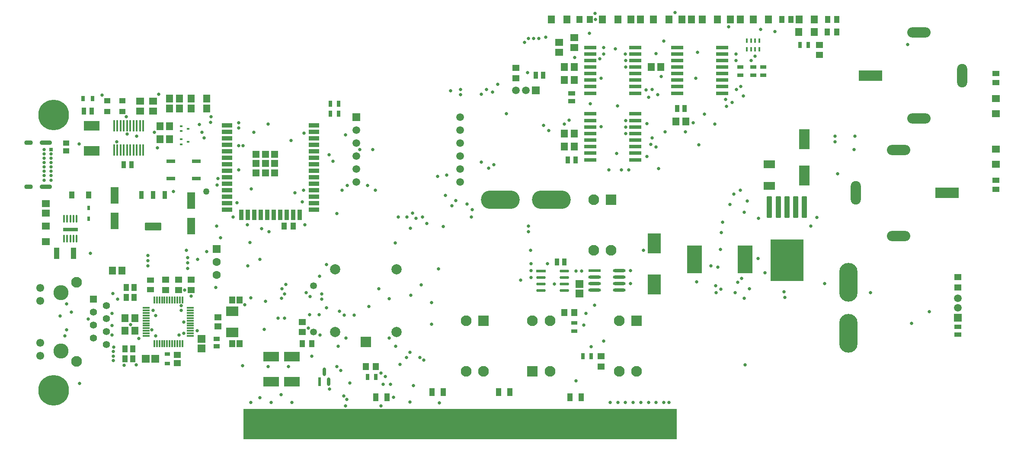
<source format=gts>
G04*
G04 #@! TF.GenerationSoftware,Altium Limited,Altium Designer,21.3.2 (30)*
G04*
G04 Layer_Color=8388736*
%FSLAX25Y25*%
%MOIN*%
G70*
G04*
G04 #@! TF.SameCoordinates,06CA3BE7-F167-48F9-AA53-4FDEF555C1C3*
G04*
G04*
G04 #@! TF.FilePolarity,Negative*
G04*
G01*
G75*
%ADD20R,0.05512X0.06102*%
%ADD21R,0.04921X0.03150*%
%ADD22R,0.01772X0.03543*%
%ADD23R,0.03937X0.05315*%
G04:AMPARAMS|DCode=24|XSize=97.4mil|YSize=24.49mil|CornerRadius=12.25mil|HoleSize=0mil|Usage=FLASHONLY|Rotation=0.000|XOffset=0mil|YOffset=0mil|HoleType=Round|Shape=RoundedRectangle|*
%AMROUNDEDRECTD24*
21,1,0.09740,0.00000,0,0,0.0*
21,1,0.07291,0.02449,0,0,0.0*
1,1,0.02449,0.03646,0.00000*
1,1,0.02449,-0.03646,0.00000*
1,1,0.02449,-0.03646,0.00000*
1,1,0.02449,0.03646,0.00000*
%
%ADD24ROUNDEDRECTD24*%
%ADD25R,0.09740X0.02449*%
%ADD26R,0.07874X0.15748*%
%ADD27R,0.08583X0.06378*%
%ADD28R,0.09843X0.15748*%
%ADD29R,0.11417X0.21260*%
G04:AMPARAMS|DCode=30|XSize=39.37mil|YSize=163.39mil|CornerRadius=1.97mil|HoleSize=0mil|Usage=FLASHONLY|Rotation=0.000|XOffset=0mil|YOffset=0mil|HoleType=Round|Shape=RoundedRectangle|*
%AMROUNDEDRECTD30*
21,1,0.03937,0.15945,0,0,0.0*
21,1,0.03543,0.16339,0,0,0.0*
1,1,0.00394,0.01772,-0.07972*
1,1,0.00394,-0.01772,-0.07972*
1,1,0.00394,-0.01772,0.07972*
1,1,0.00394,0.01772,0.07972*
%
%ADD30ROUNDEDRECTD30*%
G04:AMPARAMS|DCode=31|XSize=251.97mil|YSize=322.84mil|CornerRadius=2.52mil|HoleSize=0mil|Usage=FLASHONLY|Rotation=0.000|XOffset=0mil|YOffset=0mil|HoleType=Round|Shape=RoundedRectangle|*
%AMROUNDEDRECTD31*
21,1,0.25197,0.31780,0,0,0.0*
21,1,0.24693,0.32284,0,0,0.0*
1,1,0.00504,0.12347,-0.15890*
1,1,0.00504,-0.12347,-0.15890*
1,1,0.00504,-0.12347,0.15890*
1,1,0.00504,0.12347,0.15890*
%
%ADD31ROUNDEDRECTD31*%
%ADD32R,0.03150X0.04921*%
%ADD33R,0.05709X0.04724*%
%ADD34R,0.05906X0.05512*%
%ADD35R,0.06102X0.05512*%
%ADD36R,0.05315X0.03740*%
%ADD37R,0.05512X0.05906*%
%ADD38R,0.03740X0.05315*%
%ADD39R,0.05315X0.03937*%
%ADD40R,0.02468X0.06530*%
G04:AMPARAMS|DCode=41|XSize=65.3mil|YSize=24.68mil|CornerRadius=12.34mil|HoleSize=0mil|Usage=FLASHONLY|Rotation=90.000|XOffset=0mil|YOffset=0mil|HoleType=Round|Shape=RoundedRectangle|*
%AMROUNDEDRECTD41*
21,1,0.06530,0.00000,0,0,90.0*
21,1,0.04063,0.02468,0,0,90.0*
1,1,0.02468,0.00000,0.02031*
1,1,0.02468,0.00000,-0.02031*
1,1,0.02468,0.00000,-0.02031*
1,1,0.02468,0.00000,0.02031*
%
%ADD41ROUNDEDRECTD41*%
%ADD42R,0.04724X0.05709*%
%ADD43R,0.06102X0.06102*%
%ADD44R,0.04331X0.08661*%
%ADD45R,0.04331X0.05315*%
%ADD46R,0.02126X0.03386*%
G04:AMPARAMS|DCode=47|XSize=59.06mil|YSize=11.81mil|CornerRadius=1.95mil|HoleSize=0mil|Usage=FLASHONLY|Rotation=90.000|XOffset=0mil|YOffset=0mil|HoleType=Round|Shape=RoundedRectangle|*
%AMROUNDEDRECTD47*
21,1,0.05906,0.00791,0,0,90.0*
21,1,0.05516,0.01181,0,0,90.0*
1,1,0.00390,0.00396,0.02758*
1,1,0.00390,0.00396,-0.02758*
1,1,0.00390,-0.00396,-0.02758*
1,1,0.00390,-0.00396,0.02758*
%
%ADD47ROUNDEDRECTD47*%
%ADD48R,0.07378X0.02134*%
G04:AMPARAMS|DCode=49|XSize=73.78mil|YSize=21.34mil|CornerRadius=10.67mil|HoleSize=0mil|Usage=FLASHONLY|Rotation=0.000|XOffset=0mil|YOffset=0mil|HoleType=Round|Shape=RoundedRectangle|*
%AMROUNDEDRECTD49*
21,1,0.07378,0.00000,0,0,0.0*
21,1,0.05244,0.02134,0,0,0.0*
1,1,0.02134,0.02622,0.00000*
1,1,0.02134,-0.02622,0.00000*
1,1,0.02134,-0.02622,0.00000*
1,1,0.02134,0.02622,0.00000*
%
%ADD49ROUNDEDRECTD49*%
%ADD50R,0.09449X0.03150*%
%ADD51R,0.09449X0.02756*%
%ADD52R,0.06299X0.12598*%
%ADD53R,0.12400X0.07700*%
%ADD54R,0.03937X0.05906*%
%ADD55R,0.02756X0.16535*%
%ADD56R,0.02756X0.12598*%
G04:AMPARAMS|DCode=57|XSize=124.02mil|YSize=57.09mil|CornerRadius=2mil|HoleSize=0mil|Usage=FLASHONLY|Rotation=0.000|XOffset=0mil|YOffset=0mil|HoleType=Round|Shape=RoundedRectangle|*
%AMROUNDEDRECTD57*
21,1,0.12402,0.05309,0,0,0.0*
21,1,0.12002,0.05709,0,0,0.0*
1,1,0.00400,0.06001,-0.02655*
1,1,0.00400,-0.06001,-0.02655*
1,1,0.00400,-0.06001,0.02655*
1,1,0.00400,0.06001,0.02655*
%
%ADD57ROUNDEDRECTD57*%
G04:AMPARAMS|DCode=58|XSize=35.43mil|YSize=57.09mil|CornerRadius=1.95mil|HoleSize=0mil|Usage=FLASHONLY|Rotation=0.000|XOffset=0mil|YOffset=0mil|HoleType=Round|Shape=RoundedRectangle|*
%AMROUNDEDRECTD58*
21,1,0.03543,0.05319,0,0,0.0*
21,1,0.03154,0.05709,0,0,0.0*
1,1,0.00390,0.01577,-0.02659*
1,1,0.00390,-0.01577,-0.02659*
1,1,0.00390,-0.01577,0.02659*
1,1,0.00390,0.01577,0.02659*
%
%ADD58ROUNDEDRECTD58*%
%ADD59R,0.04528X0.05315*%
%ADD60R,0.06102X0.06102*%
%ADD61R,0.04134X0.03150*%
%ADD62R,0.05709X0.05118*%
%ADD63R,0.05709X0.04528*%
%ADD64R,0.09449X0.07480*%
%ADD65R,0.04969X0.03771*%
%ADD66R,0.05727X0.06127*%
%ADD67R,0.05315X0.06102*%
%ADD68R,0.06693X0.03150*%
%ADD69R,0.02000X0.01402*%
%ADD72R,0.04724X0.04331*%
%ADD73R,0.03150X0.04134*%
G04:AMPARAMS|DCode=74|XSize=88.58mil|YSize=15.75mil|CornerRadius=7.87mil|HoleSize=0mil|Usage=FLASHONLY|Rotation=270.000|XOffset=0mil|YOffset=0mil|HoleType=Round|Shape=RoundedRectangle|*
%AMROUNDEDRECTD74*
21,1,0.08858,0.00000,0,0,270.0*
21,1,0.07284,0.01575,0,0,270.0*
1,1,0.01575,0.00000,-0.03642*
1,1,0.01575,0.00000,0.03642*
1,1,0.01575,0.00000,0.03642*
1,1,0.01575,0.00000,-0.03642*
%
%ADD74ROUNDEDRECTD74*%
%ADD75R,0.05151X0.03960*%
%ADD76R,0.07874X0.03543*%
%ADD77R,0.03543X0.07874*%
%ADD78R,0.05236X0.05236*%
%ADD79R,3.33858X0.23524*%
G04:AMPARAMS|DCode=80|XSize=27.56mil|YSize=114.17mil|CornerRadius=1.93mil|HoleSize=0mil|Usage=FLASHONLY|Rotation=90.000|XOffset=0mil|YOffset=0mil|HoleType=Round|Shape=RoundedRectangle|*
%AMROUNDEDRECTD80*
21,1,0.02756,0.11032,0,0,90.0*
21,1,0.02370,0.11417,0,0,90.0*
1,1,0.00386,0.05516,0.01185*
1,1,0.00386,0.05516,-0.01185*
1,1,0.00386,-0.05516,-0.01185*
1,1,0.00386,-0.05516,0.01185*
%
%ADD80ROUNDEDRECTD80*%
%ADD81R,0.05512X0.01575*%
%ADD82R,0.01575X0.05512*%
%ADD83R,0.05906X0.05906*%
%ADD84C,0.05906*%
G04:AMPARAMS|DCode=85|XSize=299.21mil|YSize=141.73mil|CornerRadius=70.87mil|HoleSize=0mil|Usage=FLASHONLY|Rotation=90.000|XOffset=0mil|YOffset=0mil|HoleType=Round|Shape=RoundedRectangle|*
%AMROUNDEDRECTD85*
21,1,0.29921,0.00000,0,0,90.0*
21,1,0.15748,0.14173,0,0,90.0*
1,1,0.14173,0.00000,0.07874*
1,1,0.14173,0.00000,-0.07874*
1,1,0.14173,0.00000,-0.07874*
1,1,0.14173,0.00000,0.07874*
%
%ADD85ROUNDEDRECTD85*%
%ADD86C,0.06299*%
%ADD87R,0.06299X0.06299*%
%ADD88C,0.05315*%
G04:AMPARAMS|DCode=89|XSize=299.21mil|YSize=141.73mil|CornerRadius=70.87mil|HoleSize=0mil|Usage=FLASHONLY|Rotation=180.000|XOffset=0mil|YOffset=0mil|HoleType=Round|Shape=RoundedRectangle|*
%AMROUNDEDRECTD89*
21,1,0.29921,0.00000,0,0,180.0*
21,1,0.15748,0.14173,0,0,180.0*
1,1,0.14173,-0.07874,0.00000*
1,1,0.14173,0.07874,0.00000*
1,1,0.14173,0.07874,0.00000*
1,1,0.14173,-0.07874,0.00000*
%
%ADD89ROUNDEDRECTD89*%
%ADD90R,0.05906X0.05906*%
%ADD91C,0.07874*%
%ADD92R,0.07874X0.07874*%
G04:AMPARAMS|DCode=93|XSize=78.74mil|YSize=181.1mil|CornerRadius=39.37mil|HoleSize=0mil|Usage=FLASHONLY|Rotation=180.000|XOffset=0mil|YOffset=0mil|HoleType=Round|Shape=RoundedRectangle|*
%AMROUNDEDRECTD93*
21,1,0.07874,0.10236,0,0,180.0*
21,1,0.00000,0.18110,0,0,180.0*
1,1,0.07874,0.00000,0.05118*
1,1,0.07874,0.00000,0.05118*
1,1,0.07874,0.00000,-0.05118*
1,1,0.07874,0.00000,-0.05118*
%
%ADD93ROUNDEDRECTD93*%
G04:AMPARAMS|DCode=94|XSize=181.1mil|YSize=78.74mil|CornerRadius=39.37mil|HoleSize=0mil|Usage=FLASHONLY|Rotation=180.000|XOffset=0mil|YOffset=0mil|HoleType=Round|Shape=RoundedRectangle|*
%AMROUNDEDRECTD94*
21,1,0.18110,0.00000,0,0,180.0*
21,1,0.10236,0.07874,0,0,180.0*
1,1,0.07874,-0.05118,0.00000*
1,1,0.07874,0.05118,0.00000*
1,1,0.07874,0.05118,0.00000*
1,1,0.07874,-0.05118,0.00000*
%
%ADD94ROUNDEDRECTD94*%
%ADD95R,0.18110X0.07874*%
%ADD96C,0.08268*%
%ADD97R,0.08268X0.08268*%
%ADD98C,0.06102*%
%ADD99R,0.05512X0.05512*%
%ADD100C,0.05512*%
%ADD101C,0.11614*%
%ADD102C,0.23622*%
G04:AMPARAMS|DCode=103|XSize=35.43mil|YSize=66.93mil|CornerRadius=17.72mil|HoleSize=0mil|Usage=FLASHONLY|Rotation=270.000|XOffset=0mil|YOffset=0mil|HoleType=Round|Shape=RoundedRectangle|*
%AMROUNDEDRECTD103*
21,1,0.03543,0.03150,0,0,270.0*
21,1,0.00000,0.06693,0,0,270.0*
1,1,0.03543,-0.01575,0.00000*
1,1,0.03543,-0.01575,0.00000*
1,1,0.03543,0.01575,0.00000*
1,1,0.03543,0.01575,0.00000*
%
%ADD103ROUNDEDRECTD103*%
G04:AMPARAMS|DCode=104|XSize=35.43mil|YSize=94.49mil|CornerRadius=17.72mil|HoleSize=0mil|Usage=FLASHONLY|Rotation=270.000|XOffset=0mil|YOffset=0mil|HoleType=Round|Shape=RoundedRectangle|*
%AMROUNDEDRECTD104*
21,1,0.03543,0.05906,0,0,270.0*
21,1,0.00000,0.09449,0,0,270.0*
1,1,0.03543,-0.02953,0.00000*
1,1,0.03543,-0.02953,0.00000*
1,1,0.03543,0.02953,0.00000*
1,1,0.03543,0.02953,0.00000*
%
%ADD104ROUNDEDRECTD104*%
%ADD105R,0.02559X0.02559*%
%ADD106C,0.02559*%
%ADD107C,0.02500*%
%ADD108C,0.05000*%
%ADD109C,0.01968*%
D20*
X516929Y244094D02*
D03*
X509449D02*
D03*
X423425Y224803D02*
D03*
X430905D02*
D03*
X423425Y275984D02*
D03*
X430905D02*
D03*
X490354Y285965D02*
D03*
X497835D02*
D03*
X423425Y234646D02*
D03*
X430905D02*
D03*
X423425Y285965D02*
D03*
X430905D02*
D03*
X482087Y322835D02*
D03*
X474606D02*
D03*
X558858D02*
D03*
X551378D02*
D03*
X521457D02*
D03*
X513976D02*
D03*
X119095Y261811D02*
D03*
X126575D02*
D03*
X119095Y253937D02*
D03*
X126575D02*
D03*
X111614Y230315D02*
D03*
X119095D02*
D03*
X111614Y240551D02*
D03*
X119095D02*
D03*
D21*
X568898Y285965D02*
D03*
Y279665D02*
D03*
X576772Y285965D02*
D03*
Y279665D02*
D03*
X559055Y285965D02*
D03*
Y279665D02*
D03*
X431102Y88779D02*
D03*
Y82480D02*
D03*
D22*
X564173Y306496D02*
D03*
X567323D02*
D03*
X570472D02*
D03*
X573622D02*
D03*
Y299803D02*
D03*
X570472D02*
D03*
X567323D02*
D03*
X564173D02*
D03*
D23*
X214350Y163386D02*
D03*
X207264D02*
D03*
X626181Y313189D02*
D03*
X633268D02*
D03*
X633465Y322835D02*
D03*
X626378D02*
D03*
X598032D02*
D03*
X590945D02*
D03*
X221457Y72835D02*
D03*
X228543D02*
D03*
X91535Y108268D02*
D03*
X85630D02*
D03*
X91535Y116142D02*
D03*
X85630D02*
D03*
X84744Y61024D02*
D03*
X90650D02*
D03*
X84744Y68898D02*
D03*
X90650D02*
D03*
D24*
X465614Y128957D02*
D03*
Y123957D02*
D03*
Y118957D02*
D03*
Y113957D02*
D03*
X446590D02*
D03*
Y118957D02*
D03*
Y123957D02*
D03*
D25*
Y128957D02*
D03*
D26*
X608268Y230512D02*
D03*
Y202559D02*
D03*
D27*
X581496Y194449D02*
D03*
Y211063D02*
D03*
D28*
X492520Y150000D02*
D03*
Y118504D02*
D03*
D29*
X562795Y137795D02*
D03*
X523819D02*
D03*
D30*
X608268Y178150D02*
D03*
X601575D02*
D03*
X594882D02*
D03*
X588189D02*
D03*
X581496D02*
D03*
D31*
X594882Y137008D02*
D03*
D32*
X444095Y62992D02*
D03*
X437795D02*
D03*
X278150Y47244D02*
D03*
X271850D02*
D03*
X605118Y303150D02*
D03*
X611417D02*
D03*
X249213Y250000D02*
D03*
X242913D02*
D03*
X249213Y257874D02*
D03*
X242913D02*
D03*
D33*
X451575Y62992D02*
D03*
Y55118D02*
D03*
X726772Y116142D02*
D03*
Y124016D02*
D03*
X221457Y89567D02*
D03*
Y81693D02*
D03*
X386181Y277559D02*
D03*
Y285433D02*
D03*
X620079Y295276D02*
D03*
Y303150D02*
D03*
X135827Y122047D02*
D03*
Y114173D02*
D03*
X125984Y122047D02*
D03*
Y114173D02*
D03*
X116142Y122047D02*
D03*
Y114173D02*
D03*
D34*
X23622Y151575D02*
D03*
Y163386D02*
D03*
X755905Y211024D02*
D03*
Y222835D02*
D03*
Y261811D02*
D03*
Y250000D02*
D03*
D35*
X23622Y180905D02*
D03*
Y173425D02*
D03*
X419291Y304921D02*
D03*
Y297441D02*
D03*
X431102Y308642D02*
D03*
Y301161D02*
D03*
X106299Y259646D02*
D03*
Y252165D02*
D03*
X96457Y259646D02*
D03*
Y252165D02*
D03*
D36*
X726772Y85630D02*
D03*
Y79724D02*
D03*
X429134Y265748D02*
D03*
Y259842D02*
D03*
D37*
X615945Y313189D02*
D03*
X604134D02*
D03*
X464567Y322835D02*
D03*
X452756D02*
D03*
X616142D02*
D03*
X604331D02*
D03*
X580709Y322835D02*
D03*
X568898D02*
D03*
X541339Y322835D02*
D03*
X529528D02*
D03*
X503937Y322835D02*
D03*
X492126D02*
D03*
X425197Y322835D02*
D03*
X413386D02*
D03*
X135827Y253937D02*
D03*
X147638D02*
D03*
X135827Y261811D02*
D03*
X147638D02*
D03*
D38*
X510236Y253937D02*
D03*
X516142D02*
D03*
X432087Y214587D02*
D03*
X426181D02*
D03*
X401221Y279724D02*
D03*
X407126D02*
D03*
X423425Y135827D02*
D03*
X417520D02*
D03*
X83661Y210630D02*
D03*
X89567D02*
D03*
X59055Y251969D02*
D03*
X53150D02*
D03*
D39*
X755905Y191732D02*
D03*
Y198819D02*
D03*
X755905Y281102D02*
D03*
Y274016D02*
D03*
X104331Y114567D02*
D03*
Y121653D02*
D03*
D40*
X234587Y43399D02*
D03*
D41*
X241791D02*
D03*
X238189Y51089D02*
D03*
D42*
X278150Y55118D02*
D03*
X270276D02*
D03*
X442913Y322835D02*
D03*
X435039D02*
D03*
X431102Y96850D02*
D03*
X423228D02*
D03*
D43*
X435039Y118799D02*
D03*
Y111516D02*
D03*
X143701Y69193D02*
D03*
Y76476D02*
D03*
D44*
X31890Y142520D02*
D03*
X44882D02*
D03*
D45*
X43701Y187303D02*
D03*
X56693D02*
D03*
D46*
Y169016D02*
D03*
Y177441D02*
D03*
D47*
X37795Y169016D02*
D03*
X40157D02*
D03*
X42520D02*
D03*
X44882D02*
D03*
X47244D02*
D03*
Y153661D02*
D03*
X44882D02*
D03*
X42520D02*
D03*
X40157D02*
D03*
X37795D02*
D03*
D48*
X405252Y128898D02*
D03*
D49*
Y123898D02*
D03*
Y118898D02*
D03*
Y113898D02*
D03*
X423489D02*
D03*
Y118898D02*
D03*
Y123898D02*
D03*
Y128898D02*
D03*
D50*
X477953Y214587D02*
D03*
Y249980D02*
D03*
X443307D02*
D03*
Y214587D02*
D03*
X477953Y265768D02*
D03*
Y301161D02*
D03*
X443307D02*
D03*
Y265768D02*
D03*
X544882Y265768D02*
D03*
Y301162D02*
D03*
X510236D02*
D03*
Y265768D02*
D03*
D51*
X477953Y219783D02*
D03*
Y224783D02*
D03*
Y229784D02*
D03*
Y234784D02*
D03*
Y239784D02*
D03*
Y244783D02*
D03*
X443307D02*
D03*
Y239784D02*
D03*
Y234784D02*
D03*
Y229784D02*
D03*
Y224783D02*
D03*
Y219783D02*
D03*
X477953Y270965D02*
D03*
Y275965D02*
D03*
Y280965D02*
D03*
Y285965D02*
D03*
Y290965D02*
D03*
Y295965D02*
D03*
X443307D02*
D03*
Y290965D02*
D03*
Y285965D02*
D03*
Y280965D02*
D03*
Y275965D02*
D03*
Y270965D02*
D03*
X544882Y270965D02*
D03*
Y275965D02*
D03*
Y280965D02*
D03*
Y285965D02*
D03*
Y290965D02*
D03*
Y295965D02*
D03*
X510236D02*
D03*
Y290965D02*
D03*
Y285965D02*
D03*
Y280965D02*
D03*
Y275965D02*
D03*
Y270965D02*
D03*
D52*
X135827Y183071D02*
D03*
Y163386D02*
D03*
X76772Y167323D02*
D03*
Y187008D02*
D03*
D53*
X197441Y43500D02*
D03*
Y62800D02*
D03*
X213189Y43500D02*
D03*
Y62800D02*
D03*
X59055Y221555D02*
D03*
Y240855D02*
D03*
D54*
X372638Y35433D02*
D03*
X381299D02*
D03*
X321457D02*
D03*
X330118D02*
D03*
X278150Y31496D02*
D03*
X286811D02*
D03*
X427756D02*
D03*
X436417D02*
D03*
D55*
X289961Y13780D02*
D03*
X282087D02*
D03*
X270276D02*
D03*
X297835D02*
D03*
X278150D02*
D03*
X286024D02*
D03*
X293898D02*
D03*
X301772D02*
D03*
X274213D02*
D03*
X258465D02*
D03*
X262402D02*
D03*
X266339D02*
D03*
X309646D02*
D03*
X179724D02*
D03*
X183661D02*
D03*
X211221D02*
D03*
X199409D02*
D03*
X187598D02*
D03*
X207283D02*
D03*
X191535D02*
D03*
X195472D02*
D03*
X203346D02*
D03*
X215158D02*
D03*
X234842D02*
D03*
X254528D02*
D03*
X238779D02*
D03*
X246654D02*
D03*
X242717D02*
D03*
X325394D02*
D03*
X352953D02*
D03*
X360827D02*
D03*
X329331D02*
D03*
X321457D02*
D03*
X313583D02*
D03*
X341142D02*
D03*
X317520D02*
D03*
X345079D02*
D03*
X349016D02*
D03*
X364764D02*
D03*
X376575D02*
D03*
X368701D02*
D03*
X356890D02*
D03*
X333268D02*
D03*
X337205D02*
D03*
X380512D02*
D03*
X384449D02*
D03*
X388386D02*
D03*
X392323D02*
D03*
X396260D02*
D03*
X400197D02*
D03*
X404134D02*
D03*
X408071D02*
D03*
X412008D02*
D03*
X415945D02*
D03*
X419882D02*
D03*
X423819D02*
D03*
X427756D02*
D03*
X431693D02*
D03*
X435630D02*
D03*
X439567D02*
D03*
X443504D02*
D03*
X447441D02*
D03*
X451378D02*
D03*
X455315D02*
D03*
X459252D02*
D03*
X463189D02*
D03*
X467126D02*
D03*
X471063D02*
D03*
X475000D02*
D03*
X478937D02*
D03*
X482874D02*
D03*
X486811D02*
D03*
X490748D02*
D03*
X494685D02*
D03*
X498622D02*
D03*
X506496D02*
D03*
D56*
X305709Y15748D02*
D03*
X250590D02*
D03*
X372638D02*
D03*
X502559D02*
D03*
D57*
X106299Y163091D02*
D03*
D58*
X97244Y187303D02*
D03*
X106299D02*
D03*
X115354D02*
D03*
D59*
X173031Y106299D02*
D03*
X167323D02*
D03*
X173031Y72835D02*
D03*
X167323D02*
D03*
D60*
X100689Y61024D02*
D03*
X107972D02*
D03*
D61*
X117323Y64665D02*
D03*
Y57382D02*
D03*
D62*
X125000Y57874D02*
D03*
Y64173D02*
D03*
D63*
X156496Y93012D02*
D03*
Y86122D02*
D03*
D64*
X167323Y81496D02*
D03*
Y97638D02*
D03*
D65*
X155512Y76485D02*
D03*
Y70759D02*
D03*
D66*
X75095Y128937D02*
D03*
X82385D02*
D03*
D67*
X92421Y82677D02*
D03*
X84744D02*
D03*
X92421Y92520D02*
D03*
X84744D02*
D03*
D68*
X120079Y213386D02*
D03*
Y200000D02*
D03*
X139764Y213386D02*
D03*
Y200000D02*
D03*
D69*
X128159Y230315D02*
D03*
Y226378D02*
D03*
X133258Y228346D02*
D03*
X128159Y240551D02*
D03*
Y236614D02*
D03*
X133258Y238583D02*
D03*
D72*
X82677Y251772D02*
D03*
Y260039D02*
D03*
X70866Y251772D02*
D03*
Y260039D02*
D03*
D73*
X59744Y261811D02*
D03*
X52461D02*
D03*
D74*
X98848Y240650D02*
D03*
X96348D02*
D03*
X93848D02*
D03*
X91348D02*
D03*
X88848D02*
D03*
X86348D02*
D03*
X83848D02*
D03*
X81348D02*
D03*
X78848D02*
D03*
X76348D02*
D03*
Y221949D02*
D03*
X78848D02*
D03*
X81348D02*
D03*
X83848D02*
D03*
X86348D02*
D03*
X88848D02*
D03*
X91348D02*
D03*
X93848D02*
D03*
X96348D02*
D03*
X98848D02*
D03*
D75*
X39370Y221550D02*
D03*
Y227269D02*
D03*
D76*
X163386Y241181D02*
D03*
Y236181D02*
D03*
Y231181D02*
D03*
Y226181D02*
D03*
Y221181D02*
D03*
Y216181D02*
D03*
Y211181D02*
D03*
Y206181D02*
D03*
Y201181D02*
D03*
Y196181D02*
D03*
Y191181D02*
D03*
Y186181D02*
D03*
Y181181D02*
D03*
Y176181D02*
D03*
X230315D02*
D03*
Y181181D02*
D03*
Y186181D02*
D03*
Y191181D02*
D03*
Y196181D02*
D03*
Y201181D02*
D03*
Y206181D02*
D03*
Y211181D02*
D03*
Y216181D02*
D03*
Y221181D02*
D03*
Y226181D02*
D03*
Y231181D02*
D03*
Y236181D02*
D03*
Y241181D02*
D03*
D77*
X174350Y172244D02*
D03*
X179350D02*
D03*
X184350D02*
D03*
X189350D02*
D03*
X194350D02*
D03*
X199350D02*
D03*
X204350D02*
D03*
X209350D02*
D03*
X214350D02*
D03*
X219350D02*
D03*
D78*
X185689Y218878D02*
D03*
X192913D02*
D03*
X200138D02*
D03*
X185689Y211653D02*
D03*
X192913D02*
D03*
X200138D02*
D03*
X185689Y204429D02*
D03*
X192913D02*
D03*
X200138D02*
D03*
D79*
X343110Y10778D02*
D03*
D80*
X42520Y160650D02*
D03*
D81*
X101181Y100394D02*
D03*
Y98425D02*
D03*
Y96457D02*
D03*
Y94488D02*
D03*
Y92520D02*
D03*
Y90551D02*
D03*
Y78740D02*
D03*
Y80709D02*
D03*
Y82677D02*
D03*
Y84646D02*
D03*
Y86614D02*
D03*
Y88583D02*
D03*
X135039Y78740D02*
D03*
Y80709D02*
D03*
Y82677D02*
D03*
Y84646D02*
D03*
Y86614D02*
D03*
Y88583D02*
D03*
Y100394D02*
D03*
Y98425D02*
D03*
Y96457D02*
D03*
Y94488D02*
D03*
Y92520D02*
D03*
Y90551D02*
D03*
D82*
X107283Y72638D02*
D03*
X109252D02*
D03*
X111221D02*
D03*
X113189D02*
D03*
X115157D02*
D03*
X117126D02*
D03*
X128937D02*
D03*
X126969D02*
D03*
X125000D02*
D03*
X123031D02*
D03*
X121063D02*
D03*
X119095D02*
D03*
X128937Y106496D02*
D03*
X126969D02*
D03*
X125000D02*
D03*
X123031D02*
D03*
X121063D02*
D03*
X119095D02*
D03*
X107283D02*
D03*
X109252D02*
D03*
X111221D02*
D03*
X113189D02*
D03*
X115157D02*
D03*
X117126D02*
D03*
D83*
X726734Y92874D02*
D03*
D84*
Y100394D02*
D03*
Y107913D02*
D03*
X386181Y268073D02*
D03*
X393701D02*
D03*
X343150Y197441D02*
D03*
Y207441D02*
D03*
Y217441D02*
D03*
Y227441D02*
D03*
Y237441D02*
D03*
Y247441D02*
D03*
X263150Y197441D02*
D03*
Y207441D02*
D03*
Y217441D02*
D03*
Y227441D02*
D03*
Y237441D02*
D03*
D85*
X642482Y120079D02*
D03*
Y80709D02*
D03*
D86*
X155512Y125827D02*
D03*
Y135827D02*
D03*
D87*
Y145827D02*
D03*
D88*
X230118Y117323D02*
D03*
Y81890D02*
D03*
D89*
X413386Y183821D02*
D03*
X374016D02*
D03*
D90*
X401221Y268073D02*
D03*
X263150Y247441D02*
D03*
D91*
X293898Y129921D02*
D03*
X246654D02*
D03*
Y81890D02*
D03*
X293898D02*
D03*
D92*
X270276Y74016D02*
D03*
D93*
X729921Y279528D02*
D03*
X648032Y188976D02*
D03*
D94*
X696850Y246457D02*
D03*
Y312598D02*
D03*
X681102Y222047D02*
D03*
Y155905D02*
D03*
D95*
X659449Y279528D02*
D03*
X718504Y188976D02*
D03*
D96*
X465748Y90354D02*
D03*
Y51378D02*
D03*
X479134D02*
D03*
X412205D02*
D03*
Y90354D02*
D03*
X398819D02*
D03*
X446063Y183821D02*
D03*
Y144844D02*
D03*
X459449D02*
D03*
X347638Y90354D02*
D03*
Y51378D02*
D03*
X361024D02*
D03*
X47441Y59075D02*
D03*
Y120059D02*
D03*
D97*
X479134Y90354D02*
D03*
X398819Y51378D02*
D03*
X459449Y183821D02*
D03*
X361024Y90354D02*
D03*
D98*
X19449Y73484D02*
D03*
Y63484D02*
D03*
Y115650D02*
D03*
Y105650D02*
D03*
D99*
X60433Y107067D02*
D03*
D100*
Y97067D02*
D03*
Y87067D02*
D03*
Y77067D02*
D03*
X70433Y72067D02*
D03*
Y82067D02*
D03*
Y92067D02*
D03*
Y102067D02*
D03*
D101*
X35433Y112067D02*
D03*
Y67067D02*
D03*
D102*
X29528Y36811D02*
D03*
Y249016D02*
D03*
D103*
X10492Y227658D02*
D03*
Y193602D02*
D03*
D104*
X23799Y227658D02*
D03*
Y193602D02*
D03*
D105*
X27657Y222342D02*
D03*
D106*
Y218996D02*
D03*
Y215650D02*
D03*
Y212303D02*
D03*
Y208957D02*
D03*
Y205610D02*
D03*
Y202264D02*
D03*
Y198917D02*
D03*
X22343D02*
D03*
Y202264D02*
D03*
Y205610D02*
D03*
Y208957D02*
D03*
Y212303D02*
D03*
Y215650D02*
D03*
Y218996D02*
D03*
Y222342D02*
D03*
D107*
X83858Y56043D02*
D03*
X288386Y76968D02*
D03*
X75787Y59732D02*
D03*
Y63232D02*
D03*
Y66732D02*
D03*
X75993Y70226D02*
D03*
X235039Y79522D02*
D03*
X93504Y56299D02*
D03*
X49606Y41929D02*
D03*
X254528Y24803D02*
D03*
X250000Y97632D02*
D03*
X234449Y95079D02*
D03*
X202756Y92520D02*
D03*
X207677D02*
D03*
X226181Y84842D02*
D03*
X253543Y94882D02*
D03*
X261417D02*
D03*
X226969Y95079D02*
D03*
X438386Y87008D02*
D03*
X439855Y96056D02*
D03*
X122047Y190157D02*
D03*
X632087Y232874D02*
D03*
Y228346D02*
D03*
X531299Y249606D02*
D03*
X526181Y297441D02*
D03*
X527165Y226181D02*
D03*
X39567Y103543D02*
D03*
X250984Y51968D02*
D03*
X255555Y29770D02*
D03*
X253341Y32480D02*
D03*
X248031Y55118D02*
D03*
X221450Y182192D02*
D03*
X170866Y181299D02*
D03*
X306384Y173425D02*
D03*
X457677Y206884D02*
D03*
X472926D02*
D03*
X467323Y206890D02*
D03*
X548228Y255906D02*
D03*
X552559Y258858D02*
D03*
X547638Y261221D02*
D03*
X307087Y40354D02*
D03*
X281890Y50197D02*
D03*
X285236Y47441D02*
D03*
X205118Y33268D02*
D03*
X188583Y31102D02*
D03*
X326969Y27165D02*
D03*
X304285Y27734D02*
D03*
X304331Y66142D02*
D03*
X74803Y96063D02*
D03*
X236417Y107087D02*
D03*
X95472Y76772D02*
D03*
X293110Y150394D02*
D03*
X168110Y170276D02*
D03*
X156299Y200000D02*
D03*
X172441Y206890D02*
D03*
X188583Y137795D02*
D03*
X195669Y159055D02*
D03*
X181102Y150787D02*
D03*
X158465Y154528D02*
D03*
X442520Y312205D02*
D03*
X447244Y322835D02*
D03*
X409055Y309252D02*
D03*
X394882Y281890D02*
D03*
X378740Y250000D02*
D03*
X432283Y44094D02*
D03*
X282087Y24803D02*
D03*
X228740Y62992D02*
D03*
X242323Y37598D02*
D03*
X293504Y70866D02*
D03*
X291535Y31496D02*
D03*
X296850Y56890D02*
D03*
X283661Y41339D02*
D03*
X255118Y77165D02*
D03*
X257874Y42520D02*
D03*
X447047Y327362D02*
D03*
X550000Y316929D02*
D03*
X508661Y328150D02*
D03*
X464370Y256102D02*
D03*
X572638Y138583D02*
D03*
X577953Y127362D02*
D03*
X208661Y118307D02*
D03*
X234842Y124803D02*
D03*
X189961Y161417D02*
D03*
X129921Y89370D02*
D03*
X369094Y210630D02*
D03*
X320866Y104331D02*
D03*
Y87598D02*
D03*
X314961Y60039D02*
D03*
X312008Y62008D02*
D03*
X348425Y180315D02*
D03*
X352362Y176181D02*
D03*
X351772Y170472D02*
D03*
X329921Y162992D02*
D03*
X365158Y208071D02*
D03*
X395669Y159055D02*
D03*
X407480Y241142D02*
D03*
X411417Y237205D02*
D03*
X427165Y245079D02*
D03*
X423228Y242126D02*
D03*
X487008Y217126D02*
D03*
X288386Y107283D02*
D03*
X305118Y110236D02*
D03*
X312992Y118110D02*
D03*
X191929Y83858D02*
D03*
X192913Y105315D02*
D03*
X359252Y212598D02*
D03*
X304724Y161614D02*
D03*
X368110Y266732D02*
D03*
X372047Y272638D02*
D03*
X463583Y219291D02*
D03*
X443307Y257874D02*
D03*
X488189Y262795D02*
D03*
X495472Y264764D02*
D03*
X704528Y97441D02*
D03*
X646850Y222441D02*
D03*
X691142Y88386D02*
D03*
X562795Y56496D02*
D03*
X496063Y207677D02*
D03*
X494095Y224410D02*
D03*
X501181Y236221D02*
D03*
X491142Y231299D02*
D03*
X559252Y271063D02*
D03*
X556102Y268701D02*
D03*
X453740Y74803D02*
D03*
X687992Y303346D02*
D03*
X585630Y313583D02*
D03*
X574803Y314961D02*
D03*
X236221Y111221D02*
D03*
X176969Y102756D02*
D03*
X175197Y55905D02*
D03*
X205315Y107677D02*
D03*
X210630Y55118D02*
D03*
X194882D02*
D03*
X544095Y114764D02*
D03*
X540354Y112205D02*
D03*
X301772Y62008D02*
D03*
X557087Y120079D02*
D03*
X565945Y115157D02*
D03*
X555118Y112205D02*
D03*
X540158Y117323D02*
D03*
X562008Y107874D02*
D03*
X389764Y121653D02*
D03*
X618110Y170079D02*
D03*
X613189Y163386D02*
D03*
X227362Y109252D02*
D03*
X224410Y112205D02*
D03*
X249016Y70866D02*
D03*
X205709Y114961D02*
D03*
X207677Y111221D02*
D03*
X289370Y41339D02*
D03*
X633858Y203740D02*
D03*
X624016Y119095D02*
D03*
X560039Y123031D02*
D03*
X525394Y120276D02*
D03*
X659449Y112008D02*
D03*
X135827Y109449D02*
D03*
X130709Y114173D02*
D03*
X181693Y108071D02*
D03*
X154528Y116142D02*
D03*
X147638Y143701D02*
D03*
X140748Y137795D02*
D03*
X317323Y165551D02*
D03*
X132874Y138976D02*
D03*
Y135039D02*
D03*
Y130905D02*
D03*
X102362Y132677D02*
D03*
Y136811D02*
D03*
Y140748D02*
D03*
X403543Y308071D02*
D03*
X399606D02*
D03*
X524606Y277559D02*
D03*
X516732Y236221D02*
D03*
X272638Y101378D02*
D03*
X309055Y169291D02*
D03*
X325787Y201772D02*
D03*
X363189Y268701D02*
D03*
X359252Y265158D02*
D03*
X332677Y202756D02*
D03*
X313976Y170276D02*
D03*
X326378Y130512D02*
D03*
X544291Y158465D02*
D03*
X331693Y187008D02*
D03*
X339567Y183071D02*
D03*
X395669Y163386D02*
D03*
X545276Y166339D02*
D03*
X562008Y174213D02*
D03*
X522638Y243110D02*
D03*
X561417Y263779D02*
D03*
X415748Y118898D02*
D03*
X248031Y173228D02*
D03*
X223425Y164370D02*
D03*
X215551Y188976D02*
D03*
X182087Y191929D02*
D03*
X155709Y195079D02*
D03*
X564370Y182677D02*
D03*
X490945Y268701D02*
D03*
X551181Y180118D02*
D03*
X554134Y187992D02*
D03*
X543701Y145472D02*
D03*
X536417Y132874D02*
D03*
X490158Y226378D02*
D03*
X487008Y242323D02*
D03*
X486417Y268504D02*
D03*
X593504Y108268D02*
D03*
X592520Y112598D02*
D03*
X462598Y300197D02*
D03*
X431496Y293307D02*
D03*
X500000Y306102D02*
D03*
X451772Y240158D02*
D03*
X494095Y296260D02*
D03*
X280512Y115157D02*
D03*
X392717Y305118D02*
D03*
X395669Y308071D02*
D03*
X541535Y131693D02*
D03*
X559055Y190945D02*
D03*
X539370Y242126D02*
D03*
X436811Y128740D02*
D03*
X444095Y70473D02*
D03*
X484252Y144685D02*
D03*
X470522Y234833D02*
D03*
Y239833D02*
D03*
Y244833D02*
D03*
X451772Y277559D02*
D03*
X470522Y286014D02*
D03*
Y291014D02*
D03*
X470472Y296063D02*
D03*
X570472Y294488D02*
D03*
X567303Y290965D02*
D03*
X555532Y295965D02*
D03*
Y290965D02*
D03*
X498032Y278740D02*
D03*
X647441Y232677D02*
D03*
X450591Y292323D02*
D03*
X453642Y295965D02*
D03*
X453721Y301161D02*
D03*
X131890Y144685D02*
D03*
X155512Y163583D02*
D03*
X432303Y128898D02*
D03*
X474429Y118957D02*
D03*
Y128957D02*
D03*
X573032Y169291D02*
D03*
X446590Y102362D02*
D03*
X302109Y170276D02*
D03*
X295219Y170472D02*
D03*
X343504Y264764D02*
D03*
Y268701D02*
D03*
X179449Y132795D02*
D03*
X179134Y164370D02*
D03*
X240158Y133858D02*
D03*
X335630Y267717D02*
D03*
X222638Y235236D02*
D03*
X212598Y229331D02*
D03*
X175591Y225394D02*
D03*
X172244D02*
D03*
X222402Y191181D02*
D03*
X239961Y100394D02*
D03*
X410236Y134449D02*
D03*
X397638D02*
D03*
Y128937D02*
D03*
Y123819D02*
D03*
X58071Y142520D02*
D03*
X140354Y82648D02*
D03*
X336614Y179134D02*
D03*
X397244Y144844D02*
D03*
X503937Y27559D02*
D03*
X494095D02*
D03*
X500000D02*
D03*
X488189D02*
D03*
X476378D02*
D03*
X482283D02*
D03*
X470472D02*
D03*
X464567D02*
D03*
X458661D02*
D03*
X181693D02*
D03*
X197441D02*
D03*
X213189D02*
D03*
X86221Y234449D02*
D03*
X254528Y233858D02*
D03*
X192913Y211653D02*
D03*
X126378Y79331D02*
D03*
X245079Y213583D02*
D03*
X242126Y218504D02*
D03*
X129921Y80709D02*
D03*
X38386Y78740D02*
D03*
X34646Y94095D02*
D03*
X39764Y83268D02*
D03*
X106270Y98425D02*
D03*
X108268Y94488D02*
D03*
X105512Y83465D02*
D03*
X74803Y79528D02*
D03*
X56299Y91732D02*
D03*
X43307Y97244D02*
D03*
X108268Y78740D02*
D03*
X127953Y98425D02*
D03*
Y101969D02*
D03*
X251969Y190945D02*
D03*
X255906Y194882D02*
D03*
X271654D02*
D03*
X277559Y190945D02*
D03*
X79134Y107087D02*
D03*
X75197Y111417D02*
D03*
X88976Y87402D02*
D03*
X74803Y86614D02*
D03*
X145669Y231496D02*
D03*
X49213Y226772D02*
D03*
X85827Y247638D02*
D03*
X275590Y222441D02*
D03*
X265748Y222441D02*
D03*
X194882Y242126D02*
D03*
X183858Y235827D02*
D03*
X78347Y228346D02*
D03*
X93848Y232825D02*
D03*
X142126Y241732D02*
D03*
X144095Y235827D02*
D03*
X66929Y264567D02*
D03*
X110630Y264961D02*
D03*
X150787Y243307D02*
D03*
X109843Y223622D02*
D03*
X151181Y247638D02*
D03*
X107480Y235827D02*
D03*
X172244Y239173D02*
D03*
Y243110D02*
D03*
D108*
X147441Y189961D02*
D03*
D109*
X46575Y160650D02*
D03*
X42520D02*
D03*
X38465D02*
D03*
M02*

</source>
